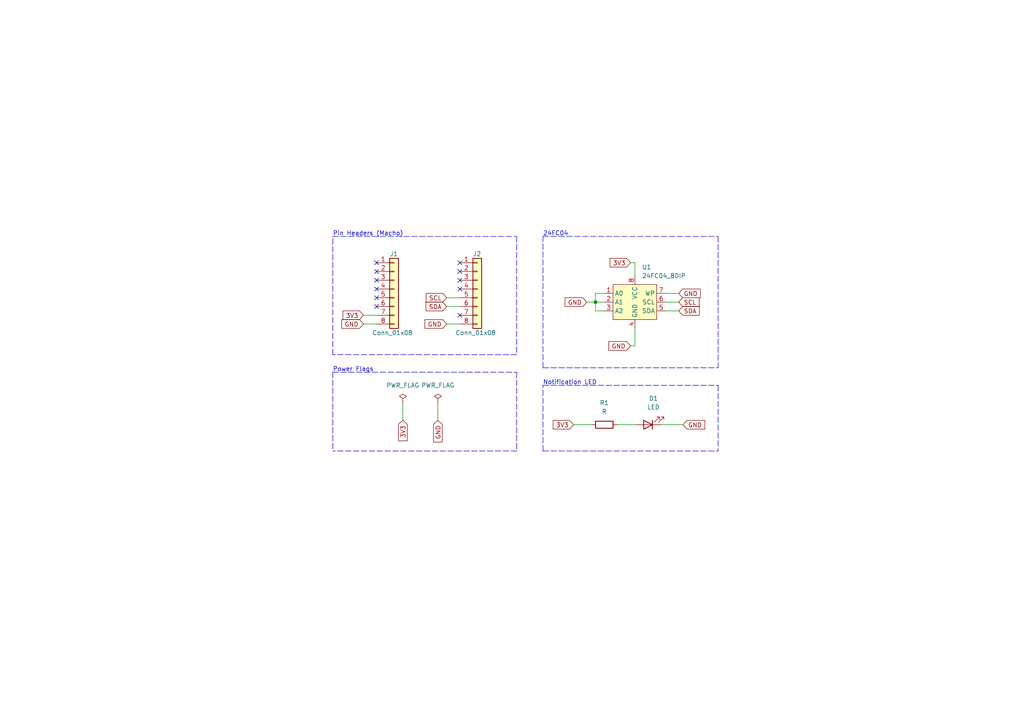
<source format=kicad_sch>
(kicad_sch (version 20211123) (generator eeschema)
  (paper "A4")
  (title_block (title "24FC04 MikroBUS ") (date "2022-08-19") (rev "1.0") (company "CCUTronics") (comment 1 "Ricardo Escarcega") (comment 2 "Designed by"))
  (lib_symbols
    (symbol "Connector_Generic:Conn_01x08" (pin_names (offset 1.016) hide)
      (property "Reference" "J" (at 0 10.16 0))
      (property "Value" "Conn_01x08" (at 0 -12.7 0))
      (symbol "Conn_01x08_1_1"
        (rectangle (start -1.27 -10.033) (end 0 -10.287) (stroke (width 0.1524)))
        (rectangle (start -1.27 -7.493) (end 0 -7.747) (stroke (width 0.1524)))
        (rectangle (start -1.27 -4.953) (end 0 -5.207) (stroke (width 0.1524)))
        (rectangle (start -1.27 -2.413) (end 0 -2.667) (stroke (width 0.1524)))
        (rectangle (start -1.27 0.127) (end 0 -0.127) (stroke (width 0.1524)))
        (rectangle (start -1.27 2.667) (end 0 2.413) (stroke (width 0.1524)))
        (rectangle (start -1.27 5.207) (end 0 4.953) (stroke (width 0.1524)))
        (rectangle (start -1.27 7.747) (end 0 7.493) (stroke (width 0.1524)))
        (rectangle (start -1.27 8.89) (end 1.27 -11.43) (stroke (width 0.254)) (fill (type background)))
        (pin passive line (at -5.08 7.62 0) (length 3.81) (name "Pin_1") (number "1"))
        (pin passive line (at -5.08 5.08 0) (length 3.81) (name "Pin_2") (number "2"))
        (pin passive line (at -5.08 2.54 0) (length 3.81) (name "Pin_3") (number "3"))
        (pin passive line (at -5.08 0 0) (length 3.81) (name "Pin_4") (number "4"))
        (pin passive line (at -5.08 -2.54 0) (length 3.81) (name "Pin_5") (number "5"))
        (pin passive line (at -5.08 -5.08 0) (length 3.81) (name "Pin_6") (number "6"))
        (pin passive line (at -5.08 -7.62 0) (length 3.81) (name "Pin_7") (number "7"))
        (pin passive line (at -5.08 -10.16 0) (length 3.81) (name "Pin_8") (number "8"))
      )
    )
    (symbol "CustomLibrary:24FC04_8DIP"
      (property "Reference" "U" (at 10.16 -10.16 0))
      (property "Value" "24FC04_8DIP" (at 7.62 -6.35 0))
      (symbol "24FC04_8DIP_0_1"
        (rectangle (start -6.35 5.08) (end 6.35 -5.08) (fill (type background)))
      )
      (symbol "24FC04_8DIP_1_1"
        (pin passive line (at -8.89 2.54 0) (length 2.54) (name "A0") (number "1"))
        (pin passive line (at -8.89 0 0) (length 2.54) (name "A1") (number "2"))
        (pin passive line (at -8.89 -2.54 0) (length 2.54) (name "A2") (number "3"))
        (pin power_in line (at 0 -7.62 90) (length 2.54) (name "GND") (number "4"))
        (pin power_out line (at 8.89 -2.54 180) (length 2.54) (name "SDA") (number "5"))
        (pin power_out line (at 8.89 0 180) (length 2.54) (name "SCL") (number "6"))
        (pin input line (at 8.89 2.54 180) (length 2.54) (name "WP") (number "7"))
        (pin power_in line (at 0 7.62 270) (length 2.54) (name "VCC") (number "8"))
      )
    )
    (symbol "Device:LED" (pin_numbers hide) (pin_names (offset 1.016) hide)
      (property "Reference" "D" (at 0 2.54 0))
      (property "Value" "LED" (at 0 -2.54 0))
      (symbol "LED_0_1"
        (polyline (pts (xy -1.27 -1.27) (xy -1.27 1.27)) (stroke (width 0.254)))
        (polyline (pts (xy -1.27 0) (xy 1.27 0)))
        (polyline (pts (xy 1.27 -1.27) (xy 1.27 1.27) (xy -1.27 0) (xy 1.27 -1.27)) (stroke (width 0.254)))
        (polyline (pts (xy -3.048 -0.762) (xy -4.572 -2.286) (xy -3.81 -2.286) (xy -4.572 -2.286) (xy -4.572 -1.524)))
        (polyline (pts (xy -1.778 -0.762) (xy -3.302 -2.286) (xy -2.54 -2.286) (xy -3.302 -2.286) (xy -3.302 -1.524)))
      )
      (symbol "LED_1_1"
        (pin passive line (at -3.81 0 0) (length 2.54) (name "K") (number "1"))
        (pin passive line (at 3.81 0 180) (length 2.54) (name "A") (number "2"))
      )
    )
    (symbol "Device:R" (pin_numbers hide) (pin_names (offset 0))
      (property "Reference" "R" (at 2.032 0 90))
      (property "Value" "R" (at 0 0 90))
      (symbol "R_0_1"
        (rectangle (start -1.016 -2.54) (end 1.016 2.54) (stroke (width 0.254)))
      )
      (symbol "R_1_1"
        (pin passive line (at 0 3.81 270) (length 1.27) (name "~") (number "1"))
        (pin passive line (at 0 -3.81 90) (length 1.27) (name "~") (number "2"))
      )
    )
    (symbol "power:PWR_FLAG" (power) (pin_numbers hide) (pin_names (offset 0) hide)
      (property "Value" "PWR_FLAG" (at 0 3.81 0))
      (symbol "PWR_FLAG_0_0"
        (pin power_out line (at 0 0 90) (length 0) (name "pwr") (number "1"))
      )
      (symbol "PWR_FLAG_0_1"
        (polyline (pts (xy 0 0) (xy 0 1.27) (xy -1.016 1.905) (xy 0 2.54) (xy 1.016 1.905) (xy 0 1.27)))
      )
    )
  )
  (junction (at 172.72 87.63))
  (no_connect (at 109.22 76.2))
  (no_connect (at 133.35 81.28))
  (no_connect (at 133.35 76.2))
  (no_connect (at 133.35 91.44))
  (no_connect (at 133.35 78.74))
  (no_connect (at 133.35 83.82))
  (no_connect (at 109.22 81.28))
  (no_connect (at 109.22 78.74))
  (no_connect (at 109.22 86.36))
  (no_connect (at 109.22 83.82))
  (no_connect (at 109.22 88.9))
  (polyline (pts (xy 157.48 130.81) (xy 157.48 111.76)))
  (polyline (pts (xy 157.48 111.76) (xy 208.28 111.76)))
  (polyline (pts (xy 149.86 68.58) (xy 149.86 102.87)))
  (wire (pts (xy 129.54 88.9) (xy 133.35 88.9)))
  (wire (pts (xy 175.26 85.09) (xy 172.72 85.09)))
  (polyline (pts (xy 149.86 130.81) (xy 96.52 130.81)))
  (wire (pts (xy 184.15 76.2) (xy 184.15 80.01)))
  (wire (pts (xy 193.04 87.63) (xy 196.85 87.63)))
  (polyline (pts (xy 96.52 102.87) (xy 96.52 68.58)))
  (wire (pts (xy 166.37 123.19) (xy 171.45 123.19)))
  (polyline (pts (xy 96.52 107.95) (xy 149.86 107.95)))
  (polyline (pts (xy 208.28 111.76) (xy 208.28 130.81)))
  (polyline (pts (xy 157.48 68.58) (xy 208.28 68.58)))
  (wire (pts (xy 172.72 85.09) (xy 172.72 87.63)))
  (polyline (pts (xy 157.48 106.68) (xy 157.48 68.58)))
  (wire (pts (xy 172.72 87.63) (xy 175.26 87.63)))
  (wire (pts (xy 193.04 85.09) (xy 196.85 85.09)))
  (wire (pts (xy 182.88 100.33) (xy 184.15 100.33)))
  (wire (pts (xy 105.41 93.98) (xy 109.22 93.98)))
  (wire (pts (xy 170.18 87.63) (xy 172.72 87.63)))
  (wire (pts (xy 129.54 86.36) (xy 133.35 86.36)))
  (polyline (pts (xy 149.86 107.95) (xy 149.86 130.81)))
  (wire (pts (xy 182.88 76.2) (xy 184.15 76.2)))
  (polyline (pts (xy 157.48 106.68) (xy 208.28 106.68)))
  (wire (pts (xy 175.26 90.17) (xy 172.72 90.17)))
  (polyline (pts (xy 96.52 107.95) (xy 96.52 130.81)))
  (polyline (pts (xy 157.48 130.81) (xy 208.28 130.81)))
  (wire (pts (xy 179.07 123.19) (xy 184.15 123.19)))
  (polyline (pts (xy 149.86 102.87) (xy 96.52 102.87)))
  (polyline (pts (xy 208.28 68.58) (xy 208.28 106.68)))
  (wire (pts (xy 129.54 93.98) (xy 133.35 93.98)))
  (wire (pts (xy 116.84 116.84) (xy 116.84 121.92)))
  (polyline (pts (xy 96.52 68.58) (xy 149.86 68.58)))
  (wire (pts (xy 105.41 91.44) (xy 109.22 91.44)))
  (wire (pts (xy 127 116.84) (xy 127 121.92)))
  (wire (pts (xy 193.04 90.17) (xy 196.85 90.17)))
  (wire (pts (xy 184.15 100.33) (xy 184.15 95.25)))
  (wire (pts (xy 172.72 90.17) (xy 172.72 87.63)))
  (wire (pts (xy 191.77 123.19) (xy 198.12 123.19)))
  (text "Power Flags" (at 96.52 107.95 0) (effects (font (size 1.27 1.27)) (justify left bottom)))
  (text "Notification LED" (at 157.48 111.76 0) (effects (font (size 1.27 1.27)) (justify left bottom)))
  (text "24FC04" (at 157.48 68.58 0) (effects (font (size 1.27 1.27)) (justify left bottom)))
  (text "Pin Headers (Macho)" (at 96.52 68.58 0) (effects (font (size 1.27 1.27)) (justify left bottom)))
  (global_label "SDA" (shape input) (at 196.85 90.17 0) (property "Intersheet References" "${INTERSHEET_REFS}" (effects hide)))
  (global_label "GND" (shape input) (at 129.54 93.98 180) (property "Intersheet References" "${INTERSHEET_REFS}" (effects hide)))
  (global_label "GND" (shape input) (at 105.41 93.98 180) (property "Intersheet References" "${INTERSHEET_REFS}" (effects hide)))
  (global_label "SCL" (shape input) (at 129.54 86.36 180) (property "Intersheet References" "${INTERSHEET_REFS}" (effects hide)))
  (global_label "SDA" (shape input) (at 129.54 88.9 180) (property "Intersheet References" "${INTERSHEET_REFS}" (effects hide)))
  (global_label "GND" (shape input) (at 182.88 100.33 180) (property "Intersheet References" "${INTERSHEET_REFS}" (effects hide)))
  (global_label "3V3" (shape input) (at 116.84 121.92 270) (property "Intersheet References" "${INTERSHEET_REFS}" (effects hide)))
  (global_label "SCL" (shape input) (at 196.85 87.63 0) (property "Intersheet References" "${INTERSHEET_REFS}" (effects hide)))
  (global_label "GND" (shape input) (at 196.85 85.09 0) (property "Intersheet References" "${INTERSHEET_REFS}" (effects hide)))
  (global_label "GND" (shape input) (at 198.12 123.19 0) (property "Intersheet References" "${INTERSHEET_REFS}" (effects hide)))
  (global_label "GND" (shape input) (at 170.18 87.63 180) (property "Intersheet References" "${INTERSHEET_REFS}" (effects hide)))
  (global_label "3V3" (shape input) (at 182.88 76.2 180) (property "Intersheet References" "${INTERSHEET_REFS}" (effects hide)))
  (global_label "GND" (shape input) (at 127 121.92 270) (property "Intersheet References" "${INTERSHEET_REFS}" (effects hide)))
  (global_label "3V3" (shape input) (at 105.41 91.44 180) (property "Intersheet References" "${INTERSHEET_REFS}" (effects hide)))
  (global_label "3V3" (shape input) (at 166.37 123.19 180) (property "Intersheet References" "${INTERSHEET_REFS}" (effects hide)))
  (symbol (lib_id "Connector_Generic:Conn_01x08") (at 138.43 83.82 0) (unit 1)
    (property "Reference" "J2" (at 137.16 73.66 0) (effects (justify left)))
    (property "Value" "Conn_01x08" (at 132.08 96.52 0) (effects (justify left)))
    (property "Footprint" "Connector_PinHeader_2.54mm:PinHeader_1x08_P2.54mm_Vertical" (effects hide))
  )
  (symbol (lib_id "power:PWR_FLAG") (at 116.84 116.84 0) (unit 1)
    (property "Reference" "#FLG0101" (effects hide))
    (property "Value" "PWR_FLAG" (at 116.84 111.76 0))
  )
  (symbol (lib_id "CustomLibrary:24FC04_8DIP") (at 184.15 87.63 0) (unit 1)
    (property "Reference" "U1" (at 186.1694 77.47 0) (effects (justify left)))
    (property "Value" "24FC04_8DIP" (at 186.1694 80.01 0) (effects (justify left)))
    (property "Footprint" "Package_DIP:DIP-8_W7.62mm_Socket" (effects hide))
  )
  (symbol (lib_id "Connector_Generic:Conn_01x08") (at 114.3 83.82 0) (unit 1)
    (property "Reference" "J1" (at 113.03 73.66 0) (effects (justify left)))
    (property "Value" "Conn_01x08" (at 107.95 96.52 0) (effects (justify left)))
    (property "Footprint" "Connector_PinHeader_2.54mm:PinHeader_1x08_P2.54mm_Vertical" (effects hide))
  )
  (symbol (lib_id "Device:LED") (at 187.96 123.19 180) (unit 1)
    (property "Reference" "D1" (at 189.5475 115.57 0))
    (property "Value" "LED" (at 189.5475 118.11 0))
  )
  (symbol (lib_id "power:PWR_FLAG") (at 127 116.84 0) (unit 1)
    (property "Reference" "#FLG0102" (effects hide))
    (property "Value" "PWR_FLAG" (at 127 111.76 0))
  )
  (symbol (lib_id "Device:R") (at 175.26 123.19 90) (unit 1)
    (property "Reference" "R1" (at 175.26 116.84 90))
    (property "Value" "R" (at 175.26 119.38 90))
  )
)
</source>
